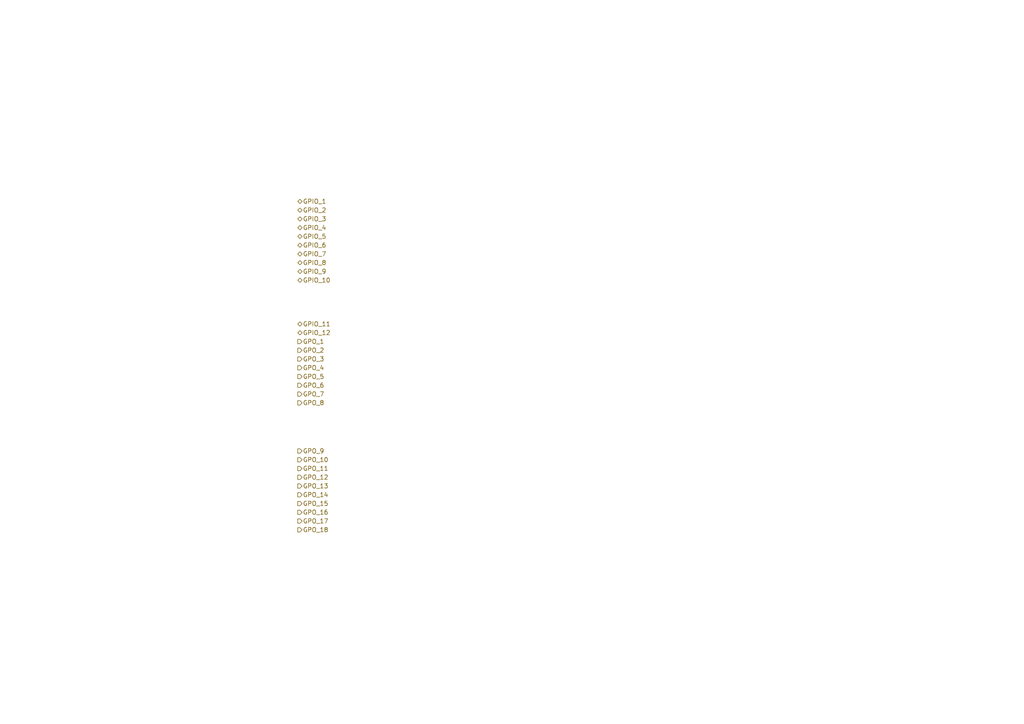
<source format=kicad_sch>
(kicad_sch (version 20230121) (generator eeschema)
  (paper "A4")
  (title_block (date "2023-04-23") (rev "1") (company "UPB - FIIR - Roboți și sisteme de producție") (comment 1 "Alexandru-Ioan Anastasiu"))
  (lib_symbols)
  (hierarchical_label "GPO_1" (shape output) (at 86.36 99.06 0))
  (hierarchical_label "GPO_11" (shape output) (at 86.36 135.89 0))
  (hierarchical_label "GPIO_4" (shape bidirectional) (at 86.36 66.04 0))
  (hierarchical_label "GPO_7" (shape output) (at 86.36 114.3 0))
  (hierarchical_label "GPIO_3" (shape bidirectional) (at 86.36 63.5 0))
  (hierarchical_label "GPO_5" (shape output) (at 86.36 109.22 0))
  (hierarchical_label "GPO_6" (shape output) (at 86.36 111.76 0))
  (hierarchical_label "GPO_3" (shape output) (at 86.36 104.14 0))
  (hierarchical_label "GPO_14" (shape output) (at 86.36 143.51 0))
  (hierarchical_label "GPO_2" (shape output) (at 86.36 101.6 0))
  (hierarchical_label "GPIO_9" (shape bidirectional) (at 86.36 78.74 0))
  (hierarchical_label "GPIO_2" (shape bidirectional) (at 86.36 60.96 0))
  (hierarchical_label "GPIO_5" (shape bidirectional) (at 86.36 68.58 0))
  (hierarchical_label "GPO_15" (shape output) (at 86.36 146.05 0))
  (hierarchical_label "GPO_9" (shape output) (at 86.36 130.81 0))
  (hierarchical_label "GPIO_11" (shape bidirectional) (at 86.36 93.98 0))
  (hierarchical_label "GPIO_12" (shape bidirectional) (at 86.36 96.52 0))
  (hierarchical_label "GPO_8" (shape output) (at 86.36 116.84 0))
  (hierarchical_label "GPIO_10" (shape bidirectional) (at 86.36 81.28 0))
  (hierarchical_label "GPO_12" (shape output) (at 86.36 138.43 0))
  (hierarchical_label "GPO_18" (shape output) (at 86.36 153.67 0))
  (hierarchical_label "GPIO_8" (shape bidirectional) (at 86.36 76.2 0))
  (hierarchical_label "GPIO_6" (shape bidirectional) (at 86.36 71.12 0))
  (hierarchical_label "GPIO_7" (shape bidirectional) (at 86.36 73.66 0))
  (hierarchical_label "GPIO_1" (shape bidirectional) (at 86.36 58.42 0))
  (hierarchical_label "GPO_17" (shape output) (at 86.36 151.13 0))
  (hierarchical_label "GPO_16" (shape output) (at 86.36 148.59 0))
  (hierarchical_label "GPO_4" (shape output) (at 86.36 106.68 0))
  (hierarchical_label "GPO_13" (shape output) (at 86.36 140.97 0))
  (hierarchical_label "GPO_10" (shape output) (at 86.36 133.35 0))
)
</source>
